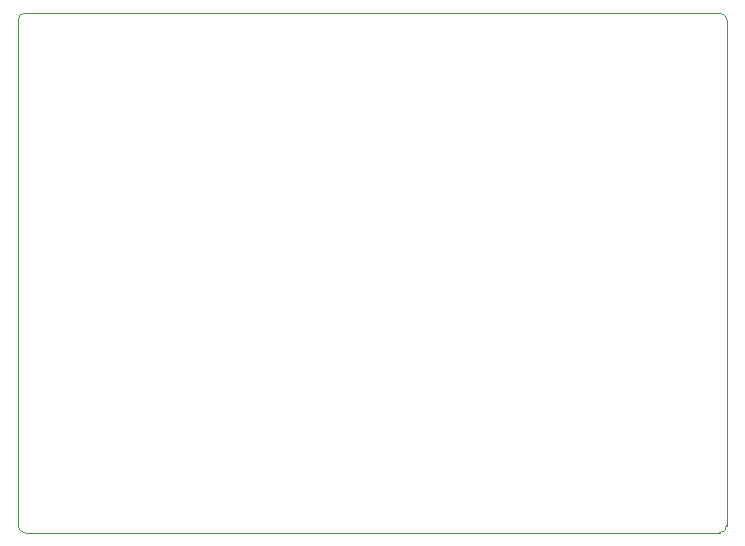
<source format=gko>
G04 #@! TF.GenerationSoftware,KiCad,Pcbnew,5.1.0*
G04 #@! TF.CreationDate,2019-05-14T15:50:41+02:00*
G04 #@! TF.ProjectId,AluPCB,416c7550-4342-42e6-9b69-6361645f7063,rev?*
G04 #@! TF.SameCoordinates,Original*
G04 #@! TF.FileFunction,Profile,NP*
%FSLAX46Y46*%
G04 Gerber Fmt 4.6, Leading zero omitted, Abs format (unit mm)*
G04 Created by KiCad (PCBNEW 5.1.0) date 2019-05-14 15:50:41*
%MOMM*%
%LPD*%
G04 APERTURE LIST*
%ADD10C,0.050000*%
G04 APERTURE END LIST*
D10*
X79400000Y-23000000D02*
G75*
G02X80000000Y-23600000I0J-600000D01*
G01*
X20000000Y-23600000D02*
G75*
G02X20600000Y-23000000I600000J0D01*
G01*
X20600000Y-67000000D02*
G75*
G02X20000000Y-66400000I0J600000D01*
G01*
X80000000Y-66400000D02*
G75*
G02X79400000Y-67000000I-600000J0D01*
G01*
X20600000Y-23000000D02*
X79400000Y-23000000D01*
X20000000Y-66400000D02*
X20000000Y-23600000D01*
X79400000Y-67000000D02*
X20600000Y-67000000D01*
X80000000Y-23600000D02*
X80000000Y-66400000D01*
M02*

</source>
